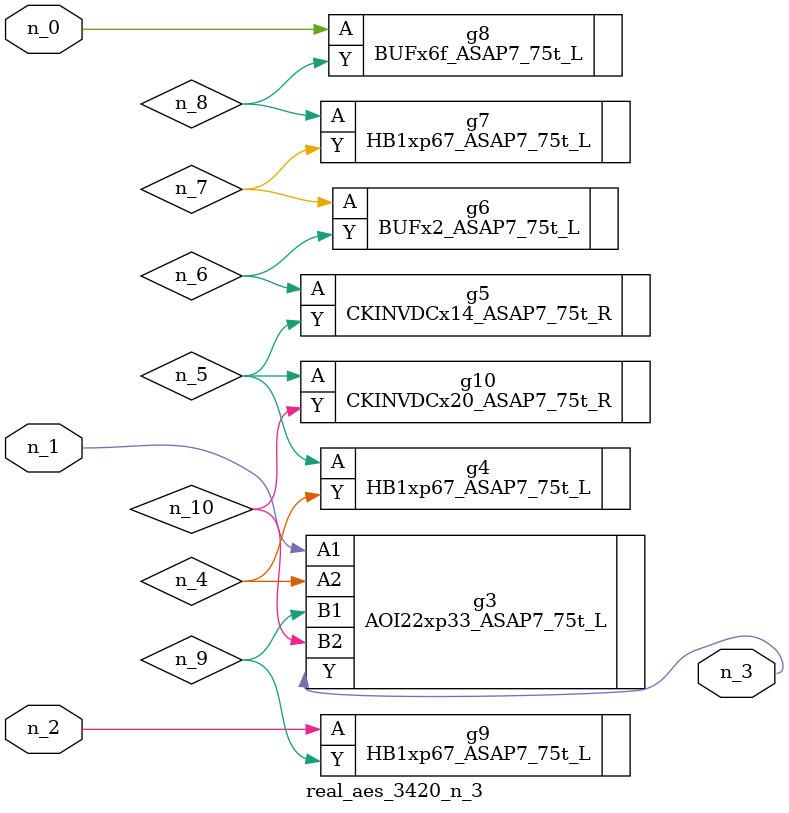
<source format=v>
module real_aes_3420_n_3 (n_0, n_2, n_1, n_3);
input n_0;
input n_2;
input n_1;
output n_3;
wire n_4;
wire n_5;
wire n_7;
wire n_9;
wire n_6;
wire n_8;
wire n_10;
BUFx6f_ASAP7_75t_L g8 ( .A(n_0), .Y(n_8) );
AOI22xp33_ASAP7_75t_L g3 ( .A1(n_1), .A2(n_4), .B1(n_9), .B2(n_10), .Y(n_3) );
HB1xp67_ASAP7_75t_L g9 ( .A(n_2), .Y(n_9) );
HB1xp67_ASAP7_75t_L g4 ( .A(n_5), .Y(n_4) );
CKINVDCx20_ASAP7_75t_R g10 ( .A(n_5), .Y(n_10) );
CKINVDCx14_ASAP7_75t_R g5 ( .A(n_6), .Y(n_5) );
BUFx2_ASAP7_75t_L g6 ( .A(n_7), .Y(n_6) );
HB1xp67_ASAP7_75t_L g7 ( .A(n_8), .Y(n_7) );
endmodule
</source>
